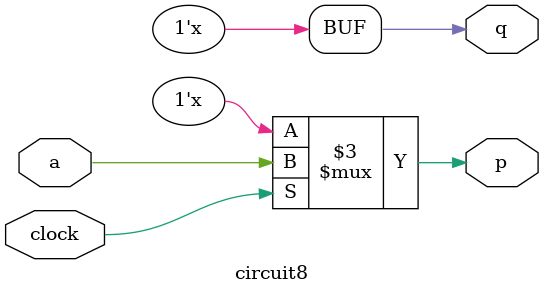
<source format=v>
module circuit8 (
    input       clock,
    input       a,
    output      p,
    output      q
);

    always @ (*) begin
        if (clock)  p = a;
        else        q = p;
    end

    

endmodule
</source>
